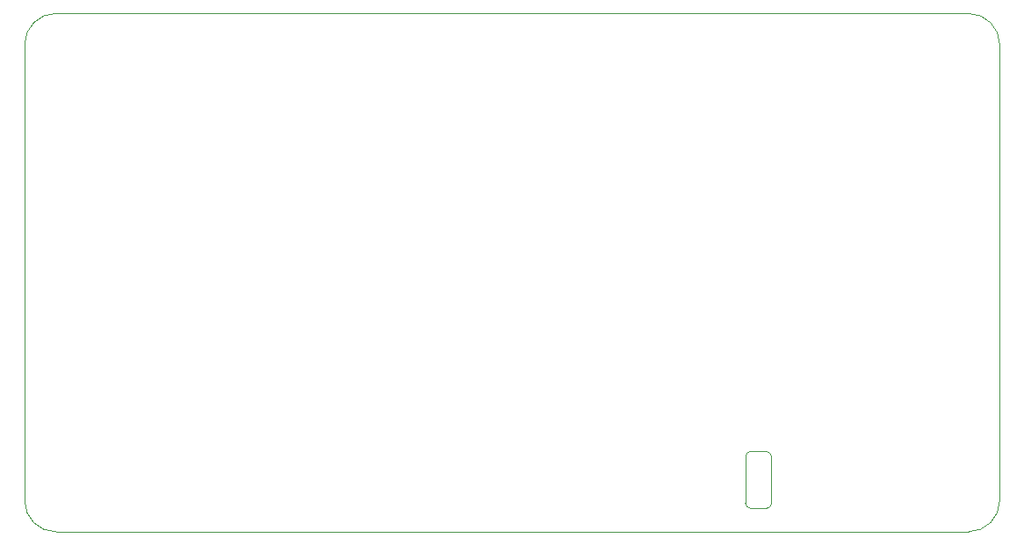
<source format=gm1>
%TF.GenerationSoftware,KiCad,Pcbnew,(6.0.10)*%
%TF.CreationDate,2023-01-30T19:57:54-06:00*%
%TF.ProjectId,mypaintbrush_aggressive,6d797061-696e-4746-9272-7573685f6167,rev?*%
%TF.SameCoordinates,Original*%
%TF.FileFunction,Profile,NP*%
%FSLAX46Y46*%
G04 Gerber Fmt 4.6, Leading zero omitted, Abs format (unit mm)*
G04 Created by KiCad (PCBNEW (6.0.10)) date 2023-01-30 19:57:54*
%MOMM*%
%LPD*%
G01*
G04 APERTURE LIST*
%TA.AperFunction,Profile*%
%ADD10C,0.050000*%
%TD*%
G04 APERTURE END LIST*
D10*
X75901739Y-65599424D02*
X75901738Y-21599424D01*
X75901678Y-65599424D02*
G75*
G03*
X78901741Y-68599422I3000022J24D01*
G01*
X169901739Y-21599423D02*
X169901737Y-65599424D01*
X78901738Y-18599436D02*
G75*
G03*
X75901736Y-21599422I-38J-2999964D01*
G01*
X147901676Y-61349424D02*
G75*
G03*
X147401736Y-60849424I-499976J24D01*
G01*
X166901732Y-68599424D02*
X78901736Y-68599424D01*
X147401736Y-60849424D02*
X145901736Y-60849424D01*
X145401676Y-65849424D02*
G75*
G03*
X145901736Y-66349424I500024J24D01*
G01*
X169901678Y-21599423D02*
G75*
G03*
X166901736Y-18599422I-2999978J23D01*
G01*
X147401736Y-66349436D02*
G75*
G03*
X147901736Y-65849424I-36J500036D01*
G01*
X145901736Y-66349424D02*
X147401736Y-66349424D01*
X147901736Y-65849424D02*
X147901736Y-61349424D01*
X145401736Y-61349424D02*
X145401736Y-65849424D01*
X166901737Y-68599437D02*
G75*
G03*
X169901737Y-65599424I-37J3000037D01*
G01*
X78901738Y-18599424D02*
X166901737Y-18599423D01*
X145901736Y-60849436D02*
G75*
G03*
X145401736Y-61349424I-36J-499964D01*
G01*
M02*

</source>
